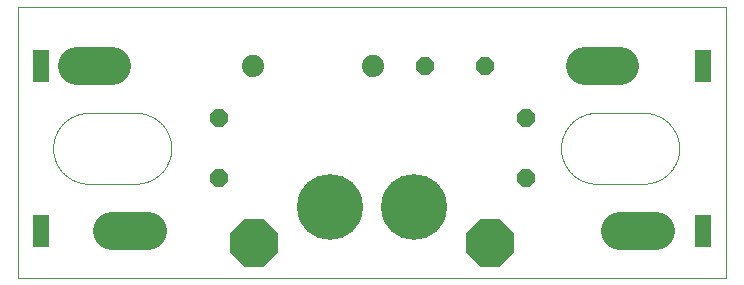
<source format=gts>
G75*
%MOIN*%
%OFA0B0*%
%FSLAX25Y25*%
%IPPOS*%
%LPD*%
%AMOC8*
5,1,8,0,0,1.08239X$1,22.5*
%
%ADD10C,0.00000*%
%ADD11C,0.21926*%
%ADD12OC8,0.06000*%
%ADD13C,0.07400*%
%ADD14R,0.05800X0.10800*%
%ADD15C,0.12611*%
%ADD16OC8,0.15800*%
D10*
X0003000Y0011696D02*
X0003000Y0102247D01*
X0239220Y0102247D01*
X0239220Y0011696D01*
X0003000Y0011696D01*
X0036465Y0023507D02*
X0044339Y0023507D01*
X0044463Y0023509D01*
X0044586Y0023515D01*
X0044710Y0023524D01*
X0044832Y0023538D01*
X0044955Y0023555D01*
X0045077Y0023577D01*
X0045198Y0023602D01*
X0045318Y0023631D01*
X0045437Y0023663D01*
X0045556Y0023700D01*
X0045673Y0023740D01*
X0045788Y0023783D01*
X0045903Y0023831D01*
X0046015Y0023882D01*
X0046126Y0023936D01*
X0046236Y0023994D01*
X0046343Y0024055D01*
X0046449Y0024120D01*
X0046552Y0024188D01*
X0046653Y0024259D01*
X0046752Y0024333D01*
X0046849Y0024410D01*
X0046943Y0024491D01*
X0047034Y0024574D01*
X0047123Y0024660D01*
X0047209Y0024749D01*
X0047292Y0024840D01*
X0047373Y0024934D01*
X0047450Y0025031D01*
X0047524Y0025130D01*
X0047595Y0025231D01*
X0047663Y0025334D01*
X0047728Y0025440D01*
X0047789Y0025547D01*
X0047847Y0025657D01*
X0047901Y0025768D01*
X0047952Y0025880D01*
X0048000Y0025995D01*
X0048043Y0026110D01*
X0048083Y0026227D01*
X0048120Y0026346D01*
X0048152Y0026465D01*
X0048181Y0026585D01*
X0048206Y0026706D01*
X0048228Y0026828D01*
X0048245Y0026951D01*
X0048259Y0027073D01*
X0048268Y0027197D01*
X0048274Y0027320D01*
X0048276Y0027444D01*
X0048274Y0027568D01*
X0048268Y0027691D01*
X0048259Y0027815D01*
X0048245Y0027937D01*
X0048228Y0028060D01*
X0048206Y0028182D01*
X0048181Y0028303D01*
X0048152Y0028423D01*
X0048120Y0028542D01*
X0048083Y0028661D01*
X0048043Y0028778D01*
X0048000Y0028893D01*
X0047952Y0029008D01*
X0047901Y0029120D01*
X0047847Y0029231D01*
X0047789Y0029341D01*
X0047728Y0029448D01*
X0047663Y0029554D01*
X0047595Y0029657D01*
X0047524Y0029758D01*
X0047450Y0029857D01*
X0047373Y0029954D01*
X0047292Y0030048D01*
X0047209Y0030139D01*
X0047123Y0030228D01*
X0047034Y0030314D01*
X0046943Y0030397D01*
X0046849Y0030478D01*
X0046752Y0030555D01*
X0046653Y0030629D01*
X0046552Y0030700D01*
X0046449Y0030768D01*
X0046343Y0030833D01*
X0046236Y0030894D01*
X0046126Y0030952D01*
X0046015Y0031006D01*
X0045903Y0031057D01*
X0045788Y0031105D01*
X0045673Y0031148D01*
X0045556Y0031188D01*
X0045437Y0031225D01*
X0045318Y0031257D01*
X0045198Y0031286D01*
X0045077Y0031311D01*
X0044955Y0031333D01*
X0044832Y0031350D01*
X0044710Y0031364D01*
X0044586Y0031373D01*
X0044463Y0031379D01*
X0044339Y0031381D01*
X0036465Y0031381D01*
X0036341Y0031379D01*
X0036218Y0031373D01*
X0036094Y0031364D01*
X0035972Y0031350D01*
X0035849Y0031333D01*
X0035727Y0031311D01*
X0035606Y0031286D01*
X0035486Y0031257D01*
X0035367Y0031225D01*
X0035248Y0031188D01*
X0035131Y0031148D01*
X0035016Y0031105D01*
X0034901Y0031057D01*
X0034789Y0031006D01*
X0034678Y0030952D01*
X0034568Y0030894D01*
X0034461Y0030833D01*
X0034355Y0030768D01*
X0034252Y0030700D01*
X0034151Y0030629D01*
X0034052Y0030555D01*
X0033955Y0030478D01*
X0033861Y0030397D01*
X0033770Y0030314D01*
X0033681Y0030228D01*
X0033595Y0030139D01*
X0033512Y0030048D01*
X0033431Y0029954D01*
X0033354Y0029857D01*
X0033280Y0029758D01*
X0033209Y0029657D01*
X0033141Y0029554D01*
X0033076Y0029448D01*
X0033015Y0029341D01*
X0032957Y0029231D01*
X0032903Y0029120D01*
X0032852Y0029008D01*
X0032804Y0028893D01*
X0032761Y0028778D01*
X0032721Y0028661D01*
X0032684Y0028542D01*
X0032652Y0028423D01*
X0032623Y0028303D01*
X0032598Y0028182D01*
X0032576Y0028060D01*
X0032559Y0027937D01*
X0032545Y0027815D01*
X0032536Y0027691D01*
X0032530Y0027568D01*
X0032528Y0027444D01*
X0032530Y0027320D01*
X0032536Y0027197D01*
X0032545Y0027073D01*
X0032559Y0026951D01*
X0032576Y0026828D01*
X0032598Y0026706D01*
X0032623Y0026585D01*
X0032652Y0026465D01*
X0032684Y0026346D01*
X0032721Y0026227D01*
X0032761Y0026110D01*
X0032804Y0025995D01*
X0032852Y0025880D01*
X0032903Y0025768D01*
X0032957Y0025657D01*
X0033015Y0025547D01*
X0033076Y0025440D01*
X0033141Y0025334D01*
X0033209Y0025231D01*
X0033280Y0025130D01*
X0033354Y0025031D01*
X0033431Y0024934D01*
X0033512Y0024840D01*
X0033595Y0024749D01*
X0033681Y0024660D01*
X0033770Y0024574D01*
X0033861Y0024491D01*
X0033955Y0024410D01*
X0034052Y0024333D01*
X0034151Y0024259D01*
X0034252Y0024188D01*
X0034355Y0024120D01*
X0034461Y0024055D01*
X0034568Y0023994D01*
X0034678Y0023936D01*
X0034789Y0023882D01*
X0034901Y0023831D01*
X0035016Y0023783D01*
X0035131Y0023740D01*
X0035248Y0023700D01*
X0035367Y0023663D01*
X0035486Y0023631D01*
X0035606Y0023602D01*
X0035727Y0023577D01*
X0035849Y0023555D01*
X0035972Y0023538D01*
X0036094Y0023524D01*
X0036218Y0023515D01*
X0036341Y0023509D01*
X0036465Y0023507D01*
X0042370Y0043192D02*
X0026622Y0043192D01*
X0026334Y0043196D01*
X0026047Y0043206D01*
X0025760Y0043224D01*
X0025473Y0043248D01*
X0025187Y0043279D01*
X0024902Y0043318D01*
X0024618Y0043363D01*
X0024335Y0043415D01*
X0024054Y0043475D01*
X0023774Y0043541D01*
X0023496Y0043613D01*
X0023219Y0043693D01*
X0022945Y0043779D01*
X0022673Y0043872D01*
X0022403Y0043971D01*
X0022135Y0044077D01*
X0021871Y0044190D01*
X0021609Y0044309D01*
X0021350Y0044434D01*
X0021094Y0044566D01*
X0020841Y0044703D01*
X0020592Y0044847D01*
X0020347Y0044997D01*
X0020105Y0045153D01*
X0019867Y0045314D01*
X0019633Y0045482D01*
X0019403Y0045655D01*
X0019178Y0045833D01*
X0018957Y0046017D01*
X0018740Y0046206D01*
X0018528Y0046401D01*
X0018321Y0046601D01*
X0018119Y0046805D01*
X0017922Y0047015D01*
X0017730Y0047229D01*
X0017544Y0047448D01*
X0017362Y0047671D01*
X0017186Y0047899D01*
X0017016Y0048131D01*
X0016852Y0048367D01*
X0016693Y0048606D01*
X0016540Y0048850D01*
X0016393Y0049097D01*
X0016253Y0049348D01*
X0016118Y0049603D01*
X0015990Y0049860D01*
X0015868Y0050120D01*
X0015752Y0050384D01*
X0015643Y0050650D01*
X0015540Y0050918D01*
X0015444Y0051189D01*
X0015354Y0051463D01*
X0015271Y0051738D01*
X0015195Y0052016D01*
X0015126Y0052295D01*
X0015063Y0052575D01*
X0015007Y0052858D01*
X0014959Y0053141D01*
X0014917Y0053426D01*
X0014882Y0053711D01*
X0014854Y0053997D01*
X0014833Y0054284D01*
X0014819Y0054572D01*
X0014812Y0054859D01*
X0014812Y0055147D01*
X0014819Y0055434D01*
X0014833Y0055722D01*
X0014854Y0056009D01*
X0014882Y0056295D01*
X0014917Y0056580D01*
X0014959Y0056865D01*
X0015007Y0057148D01*
X0015063Y0057431D01*
X0015126Y0057711D01*
X0015195Y0057990D01*
X0015271Y0058268D01*
X0015354Y0058543D01*
X0015444Y0058817D01*
X0015540Y0059088D01*
X0015643Y0059356D01*
X0015752Y0059622D01*
X0015868Y0059886D01*
X0015990Y0060146D01*
X0016118Y0060403D01*
X0016253Y0060658D01*
X0016393Y0060908D01*
X0016540Y0061156D01*
X0016693Y0061400D01*
X0016852Y0061639D01*
X0017016Y0061875D01*
X0017186Y0062107D01*
X0017362Y0062335D01*
X0017544Y0062558D01*
X0017730Y0062777D01*
X0017922Y0062991D01*
X0018119Y0063201D01*
X0018321Y0063405D01*
X0018528Y0063605D01*
X0018740Y0063800D01*
X0018957Y0063989D01*
X0019178Y0064173D01*
X0019403Y0064351D01*
X0019633Y0064524D01*
X0019867Y0064692D01*
X0020105Y0064853D01*
X0020347Y0065009D01*
X0020592Y0065159D01*
X0020841Y0065303D01*
X0021094Y0065440D01*
X0021350Y0065572D01*
X0021609Y0065697D01*
X0021871Y0065816D01*
X0022135Y0065929D01*
X0022403Y0066035D01*
X0022673Y0066134D01*
X0022945Y0066227D01*
X0023219Y0066313D01*
X0023496Y0066393D01*
X0023774Y0066465D01*
X0024054Y0066531D01*
X0024335Y0066591D01*
X0024618Y0066643D01*
X0024902Y0066688D01*
X0025187Y0066727D01*
X0025473Y0066758D01*
X0025760Y0066782D01*
X0026047Y0066800D01*
X0026334Y0066810D01*
X0026622Y0066814D01*
X0042370Y0066814D01*
X0042658Y0066810D01*
X0042945Y0066800D01*
X0043232Y0066782D01*
X0043519Y0066758D01*
X0043805Y0066727D01*
X0044090Y0066688D01*
X0044374Y0066643D01*
X0044657Y0066591D01*
X0044938Y0066531D01*
X0045218Y0066465D01*
X0045496Y0066393D01*
X0045773Y0066313D01*
X0046047Y0066227D01*
X0046319Y0066134D01*
X0046589Y0066035D01*
X0046857Y0065929D01*
X0047121Y0065816D01*
X0047383Y0065697D01*
X0047642Y0065572D01*
X0047898Y0065440D01*
X0048151Y0065303D01*
X0048400Y0065159D01*
X0048645Y0065009D01*
X0048887Y0064853D01*
X0049125Y0064692D01*
X0049359Y0064524D01*
X0049589Y0064351D01*
X0049814Y0064173D01*
X0050035Y0063989D01*
X0050252Y0063800D01*
X0050464Y0063605D01*
X0050671Y0063405D01*
X0050873Y0063201D01*
X0051070Y0062991D01*
X0051262Y0062777D01*
X0051448Y0062558D01*
X0051630Y0062335D01*
X0051806Y0062107D01*
X0051976Y0061875D01*
X0052140Y0061639D01*
X0052299Y0061400D01*
X0052452Y0061156D01*
X0052599Y0060909D01*
X0052739Y0060658D01*
X0052874Y0060403D01*
X0053002Y0060146D01*
X0053124Y0059886D01*
X0053240Y0059622D01*
X0053349Y0059356D01*
X0053452Y0059088D01*
X0053548Y0058817D01*
X0053638Y0058543D01*
X0053721Y0058268D01*
X0053797Y0057990D01*
X0053866Y0057711D01*
X0053929Y0057431D01*
X0053985Y0057148D01*
X0054033Y0056865D01*
X0054075Y0056580D01*
X0054110Y0056295D01*
X0054138Y0056009D01*
X0054159Y0055722D01*
X0054173Y0055434D01*
X0054180Y0055147D01*
X0054180Y0054859D01*
X0054173Y0054572D01*
X0054159Y0054284D01*
X0054138Y0053997D01*
X0054110Y0053711D01*
X0054075Y0053426D01*
X0054033Y0053141D01*
X0053985Y0052858D01*
X0053929Y0052575D01*
X0053866Y0052295D01*
X0053797Y0052016D01*
X0053721Y0051738D01*
X0053638Y0051463D01*
X0053548Y0051189D01*
X0053452Y0050918D01*
X0053349Y0050650D01*
X0053240Y0050384D01*
X0053124Y0050120D01*
X0053002Y0049860D01*
X0052874Y0049603D01*
X0052739Y0049348D01*
X0052599Y0049098D01*
X0052452Y0048850D01*
X0052299Y0048606D01*
X0052140Y0048367D01*
X0051976Y0048131D01*
X0051806Y0047899D01*
X0051630Y0047671D01*
X0051448Y0047448D01*
X0051262Y0047229D01*
X0051070Y0047015D01*
X0050873Y0046805D01*
X0050671Y0046601D01*
X0050464Y0046401D01*
X0050252Y0046206D01*
X0050035Y0046017D01*
X0049814Y0045833D01*
X0049589Y0045655D01*
X0049359Y0045482D01*
X0049125Y0045314D01*
X0048887Y0045153D01*
X0048645Y0044997D01*
X0048400Y0044847D01*
X0048151Y0044703D01*
X0047898Y0044566D01*
X0047642Y0044434D01*
X0047383Y0044309D01*
X0047121Y0044190D01*
X0046857Y0044077D01*
X0046589Y0043971D01*
X0046319Y0043872D01*
X0046047Y0043779D01*
X0045773Y0043693D01*
X0045496Y0043613D01*
X0045218Y0043541D01*
X0044938Y0043475D01*
X0044657Y0043415D01*
X0044374Y0043363D01*
X0044090Y0043318D01*
X0043805Y0043279D01*
X0043519Y0043248D01*
X0043232Y0043224D01*
X0042945Y0043206D01*
X0042658Y0043196D01*
X0042370Y0043192D01*
X0032528Y0078625D02*
X0024654Y0078625D01*
X0024530Y0078627D01*
X0024407Y0078633D01*
X0024283Y0078642D01*
X0024161Y0078656D01*
X0024038Y0078673D01*
X0023916Y0078695D01*
X0023795Y0078720D01*
X0023675Y0078749D01*
X0023556Y0078781D01*
X0023437Y0078818D01*
X0023320Y0078858D01*
X0023205Y0078901D01*
X0023090Y0078949D01*
X0022978Y0079000D01*
X0022867Y0079054D01*
X0022757Y0079112D01*
X0022650Y0079173D01*
X0022544Y0079238D01*
X0022441Y0079306D01*
X0022340Y0079377D01*
X0022241Y0079451D01*
X0022144Y0079528D01*
X0022050Y0079609D01*
X0021959Y0079692D01*
X0021870Y0079778D01*
X0021784Y0079867D01*
X0021701Y0079958D01*
X0021620Y0080052D01*
X0021543Y0080149D01*
X0021469Y0080248D01*
X0021398Y0080349D01*
X0021330Y0080452D01*
X0021265Y0080558D01*
X0021204Y0080665D01*
X0021146Y0080775D01*
X0021092Y0080886D01*
X0021041Y0080998D01*
X0020993Y0081113D01*
X0020950Y0081228D01*
X0020910Y0081345D01*
X0020873Y0081464D01*
X0020841Y0081583D01*
X0020812Y0081703D01*
X0020787Y0081824D01*
X0020765Y0081946D01*
X0020748Y0082069D01*
X0020734Y0082191D01*
X0020725Y0082315D01*
X0020719Y0082438D01*
X0020717Y0082562D01*
X0020719Y0082686D01*
X0020725Y0082809D01*
X0020734Y0082933D01*
X0020748Y0083055D01*
X0020765Y0083178D01*
X0020787Y0083300D01*
X0020812Y0083421D01*
X0020841Y0083541D01*
X0020873Y0083660D01*
X0020910Y0083779D01*
X0020950Y0083896D01*
X0020993Y0084011D01*
X0021041Y0084126D01*
X0021092Y0084238D01*
X0021146Y0084349D01*
X0021204Y0084459D01*
X0021265Y0084566D01*
X0021330Y0084672D01*
X0021398Y0084775D01*
X0021469Y0084876D01*
X0021543Y0084975D01*
X0021620Y0085072D01*
X0021701Y0085166D01*
X0021784Y0085257D01*
X0021870Y0085346D01*
X0021959Y0085432D01*
X0022050Y0085515D01*
X0022144Y0085596D01*
X0022241Y0085673D01*
X0022340Y0085747D01*
X0022441Y0085818D01*
X0022544Y0085886D01*
X0022650Y0085951D01*
X0022757Y0086012D01*
X0022867Y0086070D01*
X0022978Y0086124D01*
X0023090Y0086175D01*
X0023205Y0086223D01*
X0023320Y0086266D01*
X0023437Y0086306D01*
X0023556Y0086343D01*
X0023675Y0086375D01*
X0023795Y0086404D01*
X0023916Y0086429D01*
X0024038Y0086451D01*
X0024161Y0086468D01*
X0024283Y0086482D01*
X0024407Y0086491D01*
X0024530Y0086497D01*
X0024654Y0086499D01*
X0032528Y0086499D01*
X0032652Y0086497D01*
X0032775Y0086491D01*
X0032899Y0086482D01*
X0033021Y0086468D01*
X0033144Y0086451D01*
X0033266Y0086429D01*
X0033387Y0086404D01*
X0033507Y0086375D01*
X0033626Y0086343D01*
X0033745Y0086306D01*
X0033862Y0086266D01*
X0033977Y0086223D01*
X0034092Y0086175D01*
X0034204Y0086124D01*
X0034315Y0086070D01*
X0034425Y0086012D01*
X0034532Y0085951D01*
X0034638Y0085886D01*
X0034741Y0085818D01*
X0034842Y0085747D01*
X0034941Y0085673D01*
X0035038Y0085596D01*
X0035132Y0085515D01*
X0035223Y0085432D01*
X0035312Y0085346D01*
X0035398Y0085257D01*
X0035481Y0085166D01*
X0035562Y0085072D01*
X0035639Y0084975D01*
X0035713Y0084876D01*
X0035784Y0084775D01*
X0035852Y0084672D01*
X0035917Y0084566D01*
X0035978Y0084459D01*
X0036036Y0084349D01*
X0036090Y0084238D01*
X0036141Y0084126D01*
X0036189Y0084011D01*
X0036232Y0083896D01*
X0036272Y0083779D01*
X0036309Y0083660D01*
X0036341Y0083541D01*
X0036370Y0083421D01*
X0036395Y0083300D01*
X0036417Y0083178D01*
X0036434Y0083055D01*
X0036448Y0082933D01*
X0036457Y0082809D01*
X0036463Y0082686D01*
X0036465Y0082562D01*
X0036463Y0082438D01*
X0036457Y0082315D01*
X0036448Y0082191D01*
X0036434Y0082069D01*
X0036417Y0081946D01*
X0036395Y0081824D01*
X0036370Y0081703D01*
X0036341Y0081583D01*
X0036309Y0081464D01*
X0036272Y0081345D01*
X0036232Y0081228D01*
X0036189Y0081113D01*
X0036141Y0080998D01*
X0036090Y0080886D01*
X0036036Y0080775D01*
X0035978Y0080665D01*
X0035917Y0080558D01*
X0035852Y0080452D01*
X0035784Y0080349D01*
X0035713Y0080248D01*
X0035639Y0080149D01*
X0035562Y0080052D01*
X0035481Y0079958D01*
X0035398Y0079867D01*
X0035312Y0079778D01*
X0035223Y0079692D01*
X0035132Y0079609D01*
X0035038Y0079528D01*
X0034941Y0079451D01*
X0034842Y0079377D01*
X0034741Y0079306D01*
X0034638Y0079238D01*
X0034532Y0079173D01*
X0034425Y0079112D01*
X0034315Y0079054D01*
X0034204Y0079000D01*
X0034092Y0078949D01*
X0033977Y0078901D01*
X0033862Y0078858D01*
X0033745Y0078818D01*
X0033626Y0078781D01*
X0033507Y0078749D01*
X0033387Y0078720D01*
X0033266Y0078695D01*
X0033144Y0078673D01*
X0033021Y0078656D01*
X0032899Y0078642D01*
X0032775Y0078633D01*
X0032652Y0078627D01*
X0032528Y0078625D01*
X0193945Y0078625D02*
X0201819Y0078625D01*
X0201943Y0078627D01*
X0202066Y0078633D01*
X0202190Y0078642D01*
X0202312Y0078656D01*
X0202435Y0078673D01*
X0202557Y0078695D01*
X0202678Y0078720D01*
X0202798Y0078749D01*
X0202917Y0078781D01*
X0203036Y0078818D01*
X0203153Y0078858D01*
X0203268Y0078901D01*
X0203383Y0078949D01*
X0203495Y0079000D01*
X0203606Y0079054D01*
X0203716Y0079112D01*
X0203823Y0079173D01*
X0203929Y0079238D01*
X0204032Y0079306D01*
X0204133Y0079377D01*
X0204232Y0079451D01*
X0204329Y0079528D01*
X0204423Y0079609D01*
X0204514Y0079692D01*
X0204603Y0079778D01*
X0204689Y0079867D01*
X0204772Y0079958D01*
X0204853Y0080052D01*
X0204930Y0080149D01*
X0205004Y0080248D01*
X0205075Y0080349D01*
X0205143Y0080452D01*
X0205208Y0080558D01*
X0205269Y0080665D01*
X0205327Y0080775D01*
X0205381Y0080886D01*
X0205432Y0080998D01*
X0205480Y0081113D01*
X0205523Y0081228D01*
X0205563Y0081345D01*
X0205600Y0081464D01*
X0205632Y0081583D01*
X0205661Y0081703D01*
X0205686Y0081824D01*
X0205708Y0081946D01*
X0205725Y0082069D01*
X0205739Y0082191D01*
X0205748Y0082315D01*
X0205754Y0082438D01*
X0205756Y0082562D01*
X0205754Y0082686D01*
X0205748Y0082809D01*
X0205739Y0082933D01*
X0205725Y0083055D01*
X0205708Y0083178D01*
X0205686Y0083300D01*
X0205661Y0083421D01*
X0205632Y0083541D01*
X0205600Y0083660D01*
X0205563Y0083779D01*
X0205523Y0083896D01*
X0205480Y0084011D01*
X0205432Y0084126D01*
X0205381Y0084238D01*
X0205327Y0084349D01*
X0205269Y0084459D01*
X0205208Y0084566D01*
X0205143Y0084672D01*
X0205075Y0084775D01*
X0205004Y0084876D01*
X0204930Y0084975D01*
X0204853Y0085072D01*
X0204772Y0085166D01*
X0204689Y0085257D01*
X0204603Y0085346D01*
X0204514Y0085432D01*
X0204423Y0085515D01*
X0204329Y0085596D01*
X0204232Y0085673D01*
X0204133Y0085747D01*
X0204032Y0085818D01*
X0203929Y0085886D01*
X0203823Y0085951D01*
X0203716Y0086012D01*
X0203606Y0086070D01*
X0203495Y0086124D01*
X0203383Y0086175D01*
X0203268Y0086223D01*
X0203153Y0086266D01*
X0203036Y0086306D01*
X0202917Y0086343D01*
X0202798Y0086375D01*
X0202678Y0086404D01*
X0202557Y0086429D01*
X0202435Y0086451D01*
X0202312Y0086468D01*
X0202190Y0086482D01*
X0202066Y0086491D01*
X0201943Y0086497D01*
X0201819Y0086499D01*
X0193945Y0086499D01*
X0193821Y0086497D01*
X0193698Y0086491D01*
X0193574Y0086482D01*
X0193452Y0086468D01*
X0193329Y0086451D01*
X0193207Y0086429D01*
X0193086Y0086404D01*
X0192966Y0086375D01*
X0192847Y0086343D01*
X0192728Y0086306D01*
X0192611Y0086266D01*
X0192496Y0086223D01*
X0192381Y0086175D01*
X0192269Y0086124D01*
X0192158Y0086070D01*
X0192048Y0086012D01*
X0191941Y0085951D01*
X0191835Y0085886D01*
X0191732Y0085818D01*
X0191631Y0085747D01*
X0191532Y0085673D01*
X0191435Y0085596D01*
X0191341Y0085515D01*
X0191250Y0085432D01*
X0191161Y0085346D01*
X0191075Y0085257D01*
X0190992Y0085166D01*
X0190911Y0085072D01*
X0190834Y0084975D01*
X0190760Y0084876D01*
X0190689Y0084775D01*
X0190621Y0084672D01*
X0190556Y0084566D01*
X0190495Y0084459D01*
X0190437Y0084349D01*
X0190383Y0084238D01*
X0190332Y0084126D01*
X0190284Y0084011D01*
X0190241Y0083896D01*
X0190201Y0083779D01*
X0190164Y0083660D01*
X0190132Y0083541D01*
X0190103Y0083421D01*
X0190078Y0083300D01*
X0190056Y0083178D01*
X0190039Y0083055D01*
X0190025Y0082933D01*
X0190016Y0082809D01*
X0190010Y0082686D01*
X0190008Y0082562D01*
X0190010Y0082438D01*
X0190016Y0082315D01*
X0190025Y0082191D01*
X0190039Y0082069D01*
X0190056Y0081946D01*
X0190078Y0081824D01*
X0190103Y0081703D01*
X0190132Y0081583D01*
X0190164Y0081464D01*
X0190201Y0081345D01*
X0190241Y0081228D01*
X0190284Y0081113D01*
X0190332Y0080998D01*
X0190383Y0080886D01*
X0190437Y0080775D01*
X0190495Y0080665D01*
X0190556Y0080558D01*
X0190621Y0080452D01*
X0190689Y0080349D01*
X0190760Y0080248D01*
X0190834Y0080149D01*
X0190911Y0080052D01*
X0190992Y0079958D01*
X0191075Y0079867D01*
X0191161Y0079778D01*
X0191250Y0079692D01*
X0191341Y0079609D01*
X0191435Y0079528D01*
X0191532Y0079451D01*
X0191631Y0079377D01*
X0191732Y0079306D01*
X0191835Y0079238D01*
X0191941Y0079173D01*
X0192048Y0079112D01*
X0192158Y0079054D01*
X0192269Y0079000D01*
X0192381Y0078949D01*
X0192496Y0078901D01*
X0192611Y0078858D01*
X0192728Y0078818D01*
X0192847Y0078781D01*
X0192966Y0078749D01*
X0193086Y0078720D01*
X0193207Y0078695D01*
X0193329Y0078673D01*
X0193452Y0078656D01*
X0193574Y0078642D01*
X0193698Y0078633D01*
X0193821Y0078627D01*
X0193945Y0078625D01*
X0195913Y0066814D02*
X0211661Y0066814D01*
X0211949Y0066810D01*
X0212236Y0066800D01*
X0212523Y0066782D01*
X0212810Y0066758D01*
X0213096Y0066727D01*
X0213381Y0066688D01*
X0213665Y0066643D01*
X0213948Y0066591D01*
X0214229Y0066531D01*
X0214509Y0066465D01*
X0214787Y0066393D01*
X0215064Y0066313D01*
X0215338Y0066227D01*
X0215610Y0066134D01*
X0215880Y0066035D01*
X0216148Y0065929D01*
X0216412Y0065816D01*
X0216674Y0065697D01*
X0216933Y0065572D01*
X0217189Y0065440D01*
X0217442Y0065303D01*
X0217691Y0065159D01*
X0217936Y0065009D01*
X0218178Y0064853D01*
X0218416Y0064692D01*
X0218650Y0064524D01*
X0218880Y0064351D01*
X0219105Y0064173D01*
X0219326Y0063989D01*
X0219543Y0063800D01*
X0219755Y0063605D01*
X0219962Y0063405D01*
X0220164Y0063201D01*
X0220361Y0062991D01*
X0220553Y0062777D01*
X0220739Y0062558D01*
X0220921Y0062335D01*
X0221097Y0062107D01*
X0221267Y0061875D01*
X0221431Y0061639D01*
X0221590Y0061400D01*
X0221743Y0061156D01*
X0221890Y0060909D01*
X0222030Y0060658D01*
X0222165Y0060403D01*
X0222293Y0060146D01*
X0222415Y0059886D01*
X0222531Y0059622D01*
X0222640Y0059356D01*
X0222743Y0059088D01*
X0222839Y0058817D01*
X0222929Y0058543D01*
X0223012Y0058268D01*
X0223088Y0057990D01*
X0223157Y0057711D01*
X0223220Y0057431D01*
X0223276Y0057148D01*
X0223324Y0056865D01*
X0223366Y0056580D01*
X0223401Y0056295D01*
X0223429Y0056009D01*
X0223450Y0055722D01*
X0223464Y0055434D01*
X0223471Y0055147D01*
X0223471Y0054859D01*
X0223464Y0054572D01*
X0223450Y0054284D01*
X0223429Y0053997D01*
X0223401Y0053711D01*
X0223366Y0053426D01*
X0223324Y0053141D01*
X0223276Y0052858D01*
X0223220Y0052575D01*
X0223157Y0052295D01*
X0223088Y0052016D01*
X0223012Y0051738D01*
X0222929Y0051463D01*
X0222839Y0051189D01*
X0222743Y0050918D01*
X0222640Y0050650D01*
X0222531Y0050384D01*
X0222415Y0050120D01*
X0222293Y0049860D01*
X0222165Y0049603D01*
X0222030Y0049348D01*
X0221890Y0049098D01*
X0221743Y0048850D01*
X0221590Y0048606D01*
X0221431Y0048367D01*
X0221267Y0048131D01*
X0221097Y0047899D01*
X0220921Y0047671D01*
X0220739Y0047448D01*
X0220553Y0047229D01*
X0220361Y0047015D01*
X0220164Y0046805D01*
X0219962Y0046601D01*
X0219755Y0046401D01*
X0219543Y0046206D01*
X0219326Y0046017D01*
X0219105Y0045833D01*
X0218880Y0045655D01*
X0218650Y0045482D01*
X0218416Y0045314D01*
X0218178Y0045153D01*
X0217936Y0044997D01*
X0217691Y0044847D01*
X0217442Y0044703D01*
X0217189Y0044566D01*
X0216933Y0044434D01*
X0216674Y0044309D01*
X0216412Y0044190D01*
X0216148Y0044077D01*
X0215880Y0043971D01*
X0215610Y0043872D01*
X0215338Y0043779D01*
X0215064Y0043693D01*
X0214787Y0043613D01*
X0214509Y0043541D01*
X0214229Y0043475D01*
X0213948Y0043415D01*
X0213665Y0043363D01*
X0213381Y0043318D01*
X0213096Y0043279D01*
X0212810Y0043248D01*
X0212523Y0043224D01*
X0212236Y0043206D01*
X0211949Y0043196D01*
X0211661Y0043192D01*
X0195913Y0043192D01*
X0195625Y0043196D01*
X0195338Y0043206D01*
X0195051Y0043224D01*
X0194764Y0043248D01*
X0194478Y0043279D01*
X0194193Y0043318D01*
X0193909Y0043363D01*
X0193626Y0043415D01*
X0193345Y0043475D01*
X0193065Y0043541D01*
X0192787Y0043613D01*
X0192510Y0043693D01*
X0192236Y0043779D01*
X0191964Y0043872D01*
X0191694Y0043971D01*
X0191426Y0044077D01*
X0191162Y0044190D01*
X0190900Y0044309D01*
X0190641Y0044434D01*
X0190385Y0044566D01*
X0190132Y0044703D01*
X0189883Y0044847D01*
X0189638Y0044997D01*
X0189396Y0045153D01*
X0189158Y0045314D01*
X0188924Y0045482D01*
X0188694Y0045655D01*
X0188469Y0045833D01*
X0188248Y0046017D01*
X0188031Y0046206D01*
X0187819Y0046401D01*
X0187612Y0046601D01*
X0187410Y0046805D01*
X0187213Y0047015D01*
X0187021Y0047229D01*
X0186835Y0047448D01*
X0186653Y0047671D01*
X0186477Y0047899D01*
X0186307Y0048131D01*
X0186143Y0048367D01*
X0185984Y0048606D01*
X0185831Y0048850D01*
X0185684Y0049097D01*
X0185544Y0049348D01*
X0185409Y0049603D01*
X0185281Y0049860D01*
X0185159Y0050120D01*
X0185043Y0050384D01*
X0184934Y0050650D01*
X0184831Y0050918D01*
X0184735Y0051189D01*
X0184645Y0051463D01*
X0184562Y0051738D01*
X0184486Y0052016D01*
X0184417Y0052295D01*
X0184354Y0052575D01*
X0184298Y0052858D01*
X0184250Y0053141D01*
X0184208Y0053426D01*
X0184173Y0053711D01*
X0184145Y0053997D01*
X0184124Y0054284D01*
X0184110Y0054572D01*
X0184103Y0054859D01*
X0184103Y0055147D01*
X0184110Y0055434D01*
X0184124Y0055722D01*
X0184145Y0056009D01*
X0184173Y0056295D01*
X0184208Y0056580D01*
X0184250Y0056865D01*
X0184298Y0057148D01*
X0184354Y0057431D01*
X0184417Y0057711D01*
X0184486Y0057990D01*
X0184562Y0058268D01*
X0184645Y0058543D01*
X0184735Y0058817D01*
X0184831Y0059088D01*
X0184934Y0059356D01*
X0185043Y0059622D01*
X0185159Y0059886D01*
X0185281Y0060146D01*
X0185409Y0060403D01*
X0185544Y0060658D01*
X0185684Y0060908D01*
X0185831Y0061156D01*
X0185984Y0061400D01*
X0186143Y0061639D01*
X0186307Y0061875D01*
X0186477Y0062107D01*
X0186653Y0062335D01*
X0186835Y0062558D01*
X0187021Y0062777D01*
X0187213Y0062991D01*
X0187410Y0063201D01*
X0187612Y0063405D01*
X0187819Y0063605D01*
X0188031Y0063800D01*
X0188248Y0063989D01*
X0188469Y0064173D01*
X0188694Y0064351D01*
X0188924Y0064524D01*
X0189158Y0064692D01*
X0189396Y0064853D01*
X0189638Y0065009D01*
X0189883Y0065159D01*
X0190132Y0065303D01*
X0190385Y0065440D01*
X0190641Y0065572D01*
X0190900Y0065697D01*
X0191162Y0065816D01*
X0191426Y0065929D01*
X0191694Y0066035D01*
X0191964Y0066134D01*
X0192236Y0066227D01*
X0192510Y0066313D01*
X0192787Y0066393D01*
X0193065Y0066465D01*
X0193345Y0066531D01*
X0193626Y0066591D01*
X0193909Y0066643D01*
X0194193Y0066688D01*
X0194478Y0066727D01*
X0194764Y0066758D01*
X0195051Y0066782D01*
X0195338Y0066800D01*
X0195625Y0066810D01*
X0195913Y0066814D01*
X0205756Y0031381D02*
X0213630Y0031381D01*
X0213754Y0031379D01*
X0213877Y0031373D01*
X0214001Y0031364D01*
X0214123Y0031350D01*
X0214246Y0031333D01*
X0214368Y0031311D01*
X0214489Y0031286D01*
X0214609Y0031257D01*
X0214728Y0031225D01*
X0214847Y0031188D01*
X0214964Y0031148D01*
X0215079Y0031105D01*
X0215194Y0031057D01*
X0215306Y0031006D01*
X0215417Y0030952D01*
X0215527Y0030894D01*
X0215634Y0030833D01*
X0215740Y0030768D01*
X0215843Y0030700D01*
X0215944Y0030629D01*
X0216043Y0030555D01*
X0216140Y0030478D01*
X0216234Y0030397D01*
X0216325Y0030314D01*
X0216414Y0030228D01*
X0216500Y0030139D01*
X0216583Y0030048D01*
X0216664Y0029954D01*
X0216741Y0029857D01*
X0216815Y0029758D01*
X0216886Y0029657D01*
X0216954Y0029554D01*
X0217019Y0029448D01*
X0217080Y0029341D01*
X0217138Y0029231D01*
X0217192Y0029120D01*
X0217243Y0029008D01*
X0217291Y0028893D01*
X0217334Y0028778D01*
X0217374Y0028661D01*
X0217411Y0028542D01*
X0217443Y0028423D01*
X0217472Y0028303D01*
X0217497Y0028182D01*
X0217519Y0028060D01*
X0217536Y0027937D01*
X0217550Y0027815D01*
X0217559Y0027691D01*
X0217565Y0027568D01*
X0217567Y0027444D01*
X0217565Y0027320D01*
X0217559Y0027197D01*
X0217550Y0027073D01*
X0217536Y0026951D01*
X0217519Y0026828D01*
X0217497Y0026706D01*
X0217472Y0026585D01*
X0217443Y0026465D01*
X0217411Y0026346D01*
X0217374Y0026227D01*
X0217334Y0026110D01*
X0217291Y0025995D01*
X0217243Y0025880D01*
X0217192Y0025768D01*
X0217138Y0025657D01*
X0217080Y0025547D01*
X0217019Y0025440D01*
X0216954Y0025334D01*
X0216886Y0025231D01*
X0216815Y0025130D01*
X0216741Y0025031D01*
X0216664Y0024934D01*
X0216583Y0024840D01*
X0216500Y0024749D01*
X0216414Y0024660D01*
X0216325Y0024574D01*
X0216234Y0024491D01*
X0216140Y0024410D01*
X0216043Y0024333D01*
X0215944Y0024259D01*
X0215843Y0024188D01*
X0215740Y0024120D01*
X0215634Y0024055D01*
X0215527Y0023994D01*
X0215417Y0023936D01*
X0215306Y0023882D01*
X0215194Y0023831D01*
X0215079Y0023783D01*
X0214964Y0023740D01*
X0214847Y0023700D01*
X0214728Y0023663D01*
X0214609Y0023631D01*
X0214489Y0023602D01*
X0214368Y0023577D01*
X0214246Y0023555D01*
X0214123Y0023538D01*
X0214001Y0023524D01*
X0213877Y0023515D01*
X0213754Y0023509D01*
X0213630Y0023507D01*
X0205756Y0023507D01*
X0205632Y0023509D01*
X0205509Y0023515D01*
X0205385Y0023524D01*
X0205263Y0023538D01*
X0205140Y0023555D01*
X0205018Y0023577D01*
X0204897Y0023602D01*
X0204777Y0023631D01*
X0204658Y0023663D01*
X0204539Y0023700D01*
X0204422Y0023740D01*
X0204307Y0023783D01*
X0204192Y0023831D01*
X0204080Y0023882D01*
X0203969Y0023936D01*
X0203859Y0023994D01*
X0203752Y0024055D01*
X0203646Y0024120D01*
X0203543Y0024188D01*
X0203442Y0024259D01*
X0203343Y0024333D01*
X0203246Y0024410D01*
X0203152Y0024491D01*
X0203061Y0024574D01*
X0202972Y0024660D01*
X0202886Y0024749D01*
X0202803Y0024840D01*
X0202722Y0024934D01*
X0202645Y0025031D01*
X0202571Y0025130D01*
X0202500Y0025231D01*
X0202432Y0025334D01*
X0202367Y0025440D01*
X0202306Y0025547D01*
X0202248Y0025657D01*
X0202194Y0025768D01*
X0202143Y0025880D01*
X0202095Y0025995D01*
X0202052Y0026110D01*
X0202012Y0026227D01*
X0201975Y0026346D01*
X0201943Y0026465D01*
X0201914Y0026585D01*
X0201889Y0026706D01*
X0201867Y0026828D01*
X0201850Y0026951D01*
X0201836Y0027073D01*
X0201827Y0027197D01*
X0201821Y0027320D01*
X0201819Y0027444D01*
X0201821Y0027568D01*
X0201827Y0027691D01*
X0201836Y0027815D01*
X0201850Y0027937D01*
X0201867Y0028060D01*
X0201889Y0028182D01*
X0201914Y0028303D01*
X0201943Y0028423D01*
X0201975Y0028542D01*
X0202012Y0028661D01*
X0202052Y0028778D01*
X0202095Y0028893D01*
X0202143Y0029008D01*
X0202194Y0029120D01*
X0202248Y0029231D01*
X0202306Y0029341D01*
X0202367Y0029448D01*
X0202432Y0029554D01*
X0202500Y0029657D01*
X0202571Y0029758D01*
X0202645Y0029857D01*
X0202722Y0029954D01*
X0202803Y0030048D01*
X0202886Y0030139D01*
X0202972Y0030228D01*
X0203061Y0030314D01*
X0203152Y0030397D01*
X0203246Y0030478D01*
X0203343Y0030555D01*
X0203442Y0030629D01*
X0203543Y0030700D01*
X0203646Y0030768D01*
X0203752Y0030833D01*
X0203859Y0030894D01*
X0203969Y0030952D01*
X0204080Y0031006D01*
X0204192Y0031057D01*
X0204307Y0031105D01*
X0204422Y0031148D01*
X0204539Y0031188D01*
X0204658Y0031225D01*
X0204777Y0031257D01*
X0204897Y0031286D01*
X0205018Y0031311D01*
X0205140Y0031333D01*
X0205263Y0031350D01*
X0205385Y0031364D01*
X0205509Y0031373D01*
X0205632Y0031379D01*
X0205756Y0031381D01*
D11*
X0135087Y0035318D03*
X0107134Y0035318D03*
D12*
X0069929Y0045003D03*
X0069929Y0065003D03*
X0138669Y0082562D03*
X0158669Y0082562D03*
X0172291Y0065003D03*
X0172291Y0045003D03*
D13*
X0121425Y0082562D03*
X0081425Y0082562D03*
D14*
X0010874Y0082562D03*
X0010874Y0027444D03*
X0231346Y0027444D03*
X0231346Y0082562D03*
D15*
X0203787Y0082562D02*
X0191976Y0082562D01*
X0203787Y0027444D02*
X0215598Y0027444D01*
X0046307Y0027444D02*
X0034496Y0027444D01*
X0034496Y0082562D02*
X0022685Y0082562D01*
D16*
X0081740Y0023507D03*
X0160480Y0023507D03*
M02*

</source>
